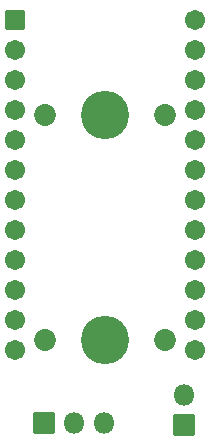
<source format=gbr>
%TF.GenerationSoftware,KiCad,Pcbnew,(6.0.6)*%
%TF.CreationDate,2022-09-08T19:20:13+10:00*%
%TF.ProjectId,milk,6d696c6b-2e6b-4696-9361-645f70636258,rev?*%
%TF.SameCoordinates,Original*%
%TF.FileFunction,Soldermask,Bot*%
%TF.FilePolarity,Negative*%
%FSLAX46Y46*%
G04 Gerber Fmt 4.6, Leading zero omitted, Abs format (unit mm)*
G04 Created by KiCad (PCBNEW (6.0.6)) date 2022-09-08 19:20:13*
%MOMM*%
%LPD*%
G01*
G04 APERTURE LIST*
G04 Aperture macros list*
%AMRoundRect*
0 Rectangle with rounded corners*
0 $1 Rounding radius*
0 $2 $3 $4 $5 $6 $7 $8 $9 X,Y pos of 4 corners*
0 Add a 4 corners polygon primitive as box body*
4,1,4,$2,$3,$4,$5,$6,$7,$8,$9,$2,$3,0*
0 Add four circle primitives for the rounded corners*
1,1,$1+$1,$2,$3*
1,1,$1+$1,$4,$5*
1,1,$1+$1,$6,$7*
1,1,$1+$1,$8,$9*
0 Add four rect primitives between the rounded corners*
20,1,$1+$1,$2,$3,$4,$5,0*
20,1,$1+$1,$4,$5,$6,$7,0*
20,1,$1+$1,$6,$7,$8,$9,0*
20,1,$1+$1,$8,$9,$2,$3,0*%
G04 Aperture macros list end*
%ADD10RoundRect,0.051000X0.850000X-0.850000X0.850000X0.850000X-0.850000X0.850000X-0.850000X-0.850000X0*%
%ADD11O,1.802000X1.802000*%
%ADD12RoundRect,0.051000X0.850000X0.850000X-0.850000X0.850000X-0.850000X-0.850000X0.850000X-0.850000X0*%
%ADD13RoundRect,0.051000X-0.800000X0.800000X-0.800000X-0.800000X0.800000X-0.800000X0.800000X0.800000X0*%
%ADD14C,1.702000*%
%ADD15C,1.852000*%
%ADD16C,4.089800*%
G04 APERTURE END LIST*
D10*
%TO.C,J1*%
X224875000Y-85600000D03*
D11*
X227415000Y-85600000D03*
X229955000Y-85600000D03*
%TD*%
D12*
%TO.C,J4*%
X236753400Y-85775800D03*
D11*
X236753400Y-83235800D03*
%TD*%
D13*
%TO.C,U1*%
X222426550Y-51537235D03*
D14*
X222426550Y-54077235D03*
X222426550Y-56617235D03*
X222426550Y-59157235D03*
X222426550Y-61697235D03*
X222426550Y-64237235D03*
X222426550Y-66777235D03*
X222426550Y-69317235D03*
X222426550Y-71857235D03*
X222426550Y-74397235D03*
X222426550Y-76937235D03*
X222426550Y-79477235D03*
X237666550Y-79477235D03*
X237666550Y-76937235D03*
X237666550Y-74397235D03*
X237666550Y-71857235D03*
X237666550Y-69317235D03*
X237666550Y-66777235D03*
X237666550Y-64237235D03*
X237666550Y-61697235D03*
X237666550Y-59157235D03*
X237666550Y-56617235D03*
X237666550Y-54077235D03*
X237666550Y-51537235D03*
%TD*%
D15*
%TO.C,K1*%
X224966550Y-59554110D03*
X235126550Y-59554110D03*
D16*
X230046550Y-59554110D03*
%TD*%
%TO.C,K2*%
X230046550Y-78604110D03*
D15*
X235126550Y-78604110D03*
X224966550Y-78604110D03*
%TD*%
M02*

</source>
